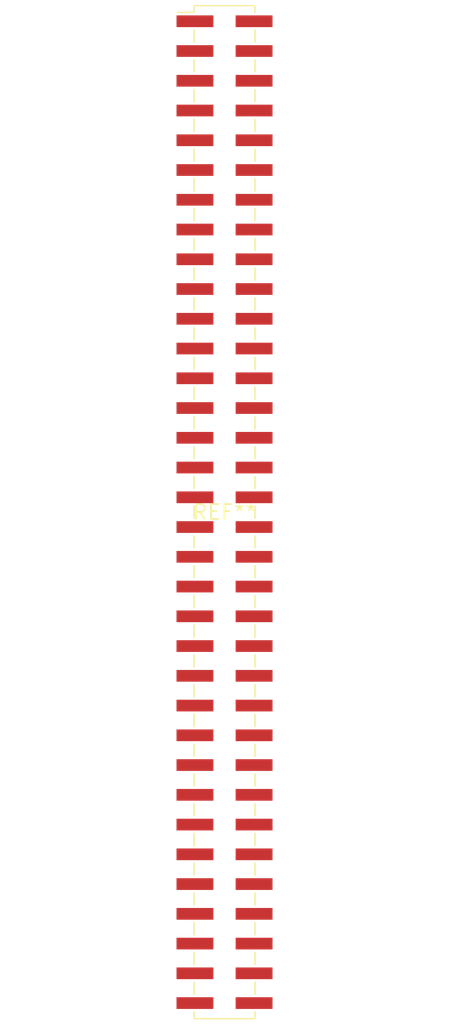
<source format=kicad_pcb>
(kicad_pcb (version 20240108) (generator pcbnew)
  (layers (0 "F.Cu" signal) (31 "B.Cu" signal) (34 "B.Paste" user) (35 "F.Paste" user) (36 "B.SilkS" user "B.Silkscreen") (37 "F.SilkS" user "F.Silkscreen") (38 "B.Mask" user) (39 "F.Mask" user) (44 "Edge.Cuts" user))
  (net 0 "")
  (footprint "PinHeader_2x34_P2.54mm_Vertical_SMD" (layer "F.Cu") (at 0 0)
    (property "Reference" "REF**")
    (property "Value" "PinHeader_2x34_P2.54mm_Vertical_SMD")
    (fp_line (start -4.04 -42.67) (end -2.6 -42.67) (layer "F.SilkS") (stroke (width 0.12)))
    (fp_line (start -2.6 -43.24) (end -2.6 -42.67) (layer "F.SilkS") (stroke (width 0.12)))
    (fp_line (start -2.6 -43.24) (end 2.6 -43.24) (layer "F.SilkS") (stroke (width 0.12)))
    (fp_line (start -2.6 -41.15) (end -2.6 -40.13) (layer "F.SilkS") (stroke (width 0.12)))
    (fp_line (start -2.6 -38.61) (end -2.6 -37.59) (layer "F.SilkS") (stroke (width 0.12)))
    (fp_line (start -2.6 -36.07) (end -2.6 -35.05) (layer "F.SilkS") (stroke (width 0.12)))
    (fp_line (start -2.6 -33.53) (end -2.6 -32.51) (layer "F.SilkS") (stroke (width 0.12)))
    (fp_line (start -2.6 -30.99) (end -2.6 -29.97) (layer "F.SilkS") (stroke (width 0.12)))
    (fp_line (start -2.6 -28.45) (end -2.6 -27.43) (layer "F.SilkS") (stroke (width 0.12)))
    (fp_line (start -2.6 -25.91) (end -2.6 -24.89) (layer "F.SilkS") (stroke (width 0.12)))
    (fp_line (start -2.6 -23.37) (end -2.6 -22.35) (layer "F.SilkS") (stroke (width 0.12)))
    (fp_line (start -2.6 -20.83) (end -2.6 -19.81) (layer "F.SilkS") (stroke (width 0.12)))
    (fp_line (start -2.6 -18.29) (end -2.6 -17.27) (layer "F.SilkS") (stroke (width 0.12)))
    (fp_line (start -2.6 -15.75) (end -2.6 -14.73) (layer "F.SilkS") (stroke (width 0.12)))
    (fp_line (start -2.6 -13.21) (end -2.6 -12.19) (layer "F.SilkS") (stroke (width 0.12)))
    (fp_line (start -2.6 -10.67) (end -2.6 -9.65) (layer "F.SilkS") (stroke (width 0.12)))
    (fp_line (start -2.6 -8.13) (end -2.6 -7.11) (layer "F.SilkS") (stroke (width 0.12)))
    (fp_line (start -2.6 -5.59) (end -2.6 -4.57) (layer "F.SilkS") (stroke (width 0.12)))
    (fp_line (start -2.6 -3.05) (end -2.6 -2.03) (layer "F.SilkS") (stroke (width 0.12)))
    (fp_line (start -2.6 -0.51) (end -2.6 0.51) (layer "F.SilkS") (stroke (width 0.12)))
    (fp_line (start -2.6 2.03) (end -2.6 3.05) (layer "F.SilkS") (stroke (width 0.12)))
    (fp_line (start -2.6 4.57) (end -2.6 5.59) (layer "F.SilkS") (stroke (width 0.12)))
    (fp_line (start -2.6 7.11) (end -2.6 8.13) (layer "F.SilkS") (stroke (width 0.12)))
    (fp_line (start -2.6 9.65) (end -2.6 10.67) (layer "F.SilkS") (stroke (width 0.12)))
    (fp_line (start -2.6 12.19) (end -2.6 13.21) (layer "F.SilkS") (stroke (width 0.12)))
    (fp_line (start -2.6 14.73) (end -2.6 15.75) (layer "F.SilkS") (stroke (width 0.12)))
    (fp_line (start -2.6 17.27) (end -2.6 18.29) (layer "F.SilkS") (stroke (width 0.12)))
    (fp_line (start -2.6 19.81) (end -2.6 20.83) (layer "F.SilkS") (stroke (width 0.12)))
    (fp_line (start -2.6 22.35) (end -2.6 23.37) (layer "F.SilkS") (stroke (width 0.12)))
    (fp_line (start -2.6 24.89) (end -2.6 25.91) (layer "F.SilkS") (stroke (width 0.12)))
    (fp_line (start -2.6 27.43) (end -2.6 28.45) (layer "F.SilkS") (stroke (width 0.12)))
    (fp_line (start -2.6 29.97) (end -2.6 30.99) (layer "F.SilkS") (stroke (width 0.12)))
    (fp_line (start -2.6 32.51) (end -2.6 33.53) (layer "F.SilkS") (stroke (width 0.12)))
    (fp_line (start -2.6 35.05) (end -2.6 36.07) (layer "F.SilkS") (stroke (width 0.12)))
    (fp_line (start -2.6 37.59) (end -2.6 38.61) (layer "F.SilkS") (stroke (width 0.12)))
    (fp_line (start -2.6 40.13) (end -2.6 41.15) (layer "F.SilkS") (stroke (width 0.12)))
    (fp_line (start -2.6 42.67) (end -2.6 43.24) (layer "F.SilkS") (stroke (width 0.12)))
    (fp_line (start -2.6 43.24) (end 2.6 43.24) (layer "F.SilkS") (stroke (width 0.12)))
    (fp_line (start 2.6 -43.24) (end 2.6 -42.67) (layer "F.SilkS") (stroke (width 0.12)))
    (fp_line (start 2.6 -41.15) (end 2.6 -40.13) (layer "F.SilkS") (stroke (width 0.12)))
    (fp_line (start 2.6 -38.61) (end 2.6 -37.59) (layer "F.SilkS") (stroke (width 0.12)))
    (fp_line (start 2.6 -36.07) (end 2.6 -35.05) (layer "F.SilkS") (stroke (width 0.12)))
    (fp_line (start 2.6 -33.53) (end 2.6 -32.51) (layer "F.SilkS") (stroke (width 0.12)))
    (fp_line (start 2.6 -30.99) (end 2.6 -29.97) (layer "F.SilkS") (stroke (width 0.12)))
    (fp_line (start 2.6 -28.45) (end 2.6 -27.43) (layer "F.SilkS") (stroke (width 0.12)))
    (fp_line (start 2.6 -25.91) (end 2.6 -24.89) (layer "F.SilkS") (stroke (width 0.12)))
    (fp_line (start 2.6 -23.37) (end 2.6 -22.35) (layer "F.SilkS") (stroke (width 0.12)))
    (fp_line (start 2.6 -20.83) (end 2.6 -19.81) (layer "F.SilkS") (stroke (width 0.12)))
    (fp_line (start 2.6 -18.29) (end 2.6 -17.27) (layer "F.SilkS") (stroke (width 0.12)))
    (fp_line (start 2.6 -15.75) (end 2.6 -14.73) (layer "F.SilkS") (stroke (width 0.12)))
    (fp_line (start 2.6 -13.21) (end 2.6 -12.19) (layer "F.SilkS") (stroke (width 0.12)))
    (fp_line (start 2.6 -10.67) (end 2.6 -9.65) (layer "F.SilkS") (stroke (width 0.12)))
    (fp_line (start 2.6 -8.13) (end 2.6 -7.11) (layer "F.SilkS") (stroke (width 0.12)))
    (fp_line (start 2.6 -5.59) (end 2.6 -4.57) (layer "F.SilkS") (stroke (width 0.12)))
    (fp_line (start 2.6 -3.05) (end 2.6 -2.03) (layer "F.SilkS") (stroke (width 0.12)))
    (fp_line (start 2.6 -0.51) (end 2.6 0.51) (layer "F.SilkS") (stroke (width 0.12)))
    (fp_line (start 2.6 2.03) (end 2.6 3.05) (layer "F.SilkS") (stroke (width 0.12)))
    (fp_line (start 2.6 4.57) (end 2.6 5.59) (layer "F.SilkS") (stroke (width 0.12)))
    (fp_line (start 2.6 7.11) (end 2.6 8.13) (layer "F.SilkS") (stroke (width 0.12)))
    (fp_line (start 2.6 9.65) (end 2.6 10.67) (layer "F.SilkS") (stroke (width 0.12)))
    (fp_line (start 2.6 12.19) (end 2.6 13.21) (layer "F.SilkS") (stroke (width 0.12)))
    (fp_line (start 2.6 14.73) (end 2.6 15.75) (layer "F.SilkS") (stroke (width 0.12)))
    (fp_line (start 2.6 17.27) (end 2.6 18.29) (layer "F.SilkS") (stroke (width 0.12)))
    (fp_line (start 2.6 19.81) (end 2.6 20.83) (layer "F.SilkS") (stroke (width 0.12)))
    (fp_line (start 2.6 22.35) (end 2.6 23.37) (layer "F.SilkS") (stroke (width 0.12)))
    (fp_line (start 2.6 24.89) (end 2.6 25.91) (layer "F.SilkS") (stroke (width 0.12)))
    (fp_line (start 2.6 27.43) (end 2.6 28.45) (layer "F.SilkS") (stroke (width 0.12)))
    (fp_line (start 2.6 29.97) (end 2.6 30.99) (layer "F.SilkS") (stroke (width 0.12)))
    (fp_line (start 2.6 32.51) (end 2.6 33.53) (layer "F.SilkS") (stroke (width 0.12)))
    (fp_line (start 2.6 35.05) (end 2.6 36.07) (layer "F.SilkS") (stroke (width 0.12)))
    (fp_line (start 2.6 37.59) (end 2.6 38.61) (layer "F.SilkS") (stroke (width 0.12)))
    (fp_line (start 2.6 40.13) (end 2.6 41.15) (layer "F.SilkS") (stroke (width 0.12)))
    (fp_line (start 2.6 42.67) (end 2.6 43.24) (layer "F.SilkS") (stroke (width 0.12)))
    (pad "1" smd rect (at -2.525 -41.91) (size 3.15 1) (layers "F.Cu" "F.Paste" "F.Mask"))
    (pad "2" smd rect (at 2.525 -41.91) (size 3.15 1) (layers "F.Cu" "F.Paste" "F.Mask"))
    (pad "3" smd rect (at -2.525 -39.37) (size 3.15 1) (layers "F.Cu" "F.Paste" "F.Mask"))
    (pad "4" smd rect (at 2.525 -39.37) (size 3.15 1) (layers "F.Cu" "F.Paste" "F.Mask"))
    (pad "5" smd rect (at -2.525 -36.83) (size 3.15 1) (layers "F.Cu" "F.Paste" "F.Mask"))
    (pad "6" smd rect (at 2.525 -36.83) (size 3.15 1) (layers "F.Cu" "F.Paste" "F.Mask"))
    (pad "7" smd rect (at -2.525 -34.29) (size 3.15 1) (layers "F.Cu" "F.Paste" "F.Mask"))
    (pad "8" smd rect (at 2.525 -34.29) (size 3.15 1) (layers "F.Cu" "F.Paste" "F.Mask"))
    (pad "9" smd rect (at -2.525 -31.75) (size 3.15 1) (layers "F.Cu" "F.Paste" "F.Mask"))
    (pad "10" smd rect (at 2.525 -31.75) (size 3.15 1) (layers "F.Cu" "F.Paste" "F.Mask"))
    (pad "11" smd rect (at -2.525 -29.21) (size 3.15 1) (layers "F.Cu" "F.Paste" "F.Mask"))
    (pad "12" smd rect (at 2.525 -29.21) (size 3.15 1) (layers "F.Cu" "F.Paste" "F.Mask"))
    (pad "13" smd rect (at -2.525 -26.67) (size 3.15 1) (layers "F.Cu" "F.Paste" "F.Mask"))
    (pad "14" smd rect (at 2.525 -26.67) (size 3.15 1) (layers "F.Cu" "F.Paste" "F.Mask"))
    (pad "15" smd rect (at -2.525 -24.13) (size 3.15 1) (layers "F.Cu" "F.Paste" "F.Mask"))
    (pad "16" smd rect (at 2.525 -24.13) (size 3.15 1) (layers "F.Cu" "F.Paste" "F.Mask"))
    (pad "17" smd rect (at -2.525 -21.59) (size 3.15 1) (layers "F.Cu" "F.Paste" "F.Mask"))
    (pad "18" smd rect (at 2.525 -21.59) (size 3.15 1) (layers "F.Cu" "F.Paste" "F.Mask"))
    (pad "19" smd rect (at -2.525 -19.05) (size 3.15 1) (layers "F.Cu" "F.Paste" "F.Mask"))
    (pad "20" smd rect (at 2.525 -19.05) (size 3.15 1) (layers "F.Cu" "F.Paste" "F.Mask"))
    (pad "21" smd rect (at -2.525 -16.51) (size 3.15 1) (layers "F.Cu" "F.Paste" "F.Mask"))
    (pad "22" smd rect (at 2.525 -16.51) (size 3.15 1) (layers "F.Cu" "F.Paste" "F.Mask"))
    (pad "23" smd rect (at -2.525 -13.97) (size 3.15 1) (layers "F.Cu" "F.Paste" "F.Mask"))
    (pad "24" smd rect (at 2.525 -13.97) (size 3.15 1) (layers "F.Cu" "F.Paste" "F.Mask"))
    (pad "25" smd rect (at -2.525 -11.43) (size 3.15 1) (layers "F.Cu" "F.Paste" "F.Mask"))
    (pad "26" smd rect (at 2.525 -11.43) (size 3.15 1) (layers "F.Cu" "F.Paste" "F.Mask"))
    (pad "27" smd rect (at -2.525 -8.89) (size 3.15 1) (layers "F.Cu" "F.Paste" "F.Mask"))
    (pad "28" smd rect (at 2.525 -8.89) (size 3.15 1) (layers "F.Cu" "F.Paste" "F.Mask"))
    (pad "29" smd rect (at -2.525 -6.35) (size 3.15 1) (layers "F.Cu" "F.Paste" "F.Mask"))
    (pad "30" smd rect (at 2.525 -6.35) (size 3.15 1) (layers "F.Cu" "F.Paste" "F.Mask"))
    (pad "31" smd rect (at -2.525 -3.81) (size 3.15 1) (layers "F.Cu" "F.Paste" "F.Mask"))
    (pad "32" smd rect (at 2.525 -3.81) (size 3.15 1) (layers "F.Cu" "F.Paste" "F.Mask"))
    (pad "33" smd rect (at -2.525 -1.27) (size 3.15 1) (layers "F.Cu" "F.Paste" "F.Mask"))
    (pad "34" smd rect (at 2.525 -1.27) (size 3.15 1) (layers "F.Cu" "F.Paste" "F.Mask"))
    (pad "35" smd rect (at -2.525 1.27) (size 3.15 1) (layers "F.Cu" "F.Paste" "F.Mask"))
    (pad "36" smd rect (at 2.525 1.27) (size 3.15 1) (layers "F.Cu" "F.Paste" "F.Mask"))
    (pad "37" smd rect (at -2.525 3.81) (size 3.15 1) (layers "F.Cu" "F.Paste" "F.Mask"))
    (pad "38" smd rect (at 2.525 3.81) (size 3.15 1) (layers "F.Cu" "F.Paste" "F.Mask"))
    (pad "39" smd rect (at -2.525 6.35) (size 3.15 1) (layers "F.Cu" "F.Paste" "F.Mask"))
    (pad "40" smd rect (at 2.525 6.35) (size 3.15 1) (layers "F.Cu" "F.Paste" "F.Mask"))
    (pad "41" smd rect (at -2.525 8.89) (size 3.15 1) (layers "F.Cu" "F.Paste" "F.Mask"))
    (pad "42" smd rect (at 2.525 8.89) (size 3.15 1) (layers "F.Cu" "F.Paste" "F.Mask"))
    (pad "43" smd rect (at -2.525 11.43) (size 3.15 1) (layers "F.Cu" "F.Paste" "F.Mask"))
    (pad "44" smd rect (at 2.525 11.43) (size 3.15 1) (layers "F.Cu" "F.Paste" "F.Mask"))
    (pad "45" smd rect (at -2.525 13.97) (size 3.15 1) (layers "F.Cu" "F.Paste" "F.Mask"))
    (pad "46" smd rect (at 2.525 13.97) (size 3.15 1) (layers "F.Cu" "F.Paste" "F.Mask"))
    (pad "47" smd rect (at -2.525 16.51) (size 3.15 1) (layers "F.Cu" "F.Paste" "F.Mask"))
    (pad "48" smd rect (at 2.525 16.51) (size 3.15 1) (layers "F.Cu" "F.Paste" "F.Mask"))
    (pad "49" smd rect (at -2.525 19.05) (size 3.15 1) (layers "F.Cu" "F.Paste" "F.Mask"))
    (pad "50" smd rect (at 2.525 19.05) (size 3.15 1) (layers "F.Cu" "F.Paste" "F.Mask"))
    (pad "51" smd rect (at -2.525 21.59) (size 3.15 1) (layers "F.Cu" "F.Paste" "F.Mask"))
    (pad "52" smd rect (at 2.525 21.59) (size 3.15 1) (layers "F.Cu" "F.Paste" "F.Mask"))
    (pad "53" smd rect (at -2.525 24.13) (size 3.15 1) (layers "F.Cu" "F.Paste" "F.Mask"))
    (pad "54" smd rect (at 2.525 24.13) (size 3.15 1) (layers "F.Cu" "F.Paste" "F.Mask"))
    (pad "55" smd rect (at -2.525 26.67) (size 3.15 1) (layers "F.Cu" "F.Paste" "F.Mask"))
    (pad "56" smd rect (at 2.525 26.67) (size 3.15 1) (layers "F.Cu" "F.Paste" "F.Mask"))
    (pad "57" smd rect (at -2.525 29.21) (size 3.15 1) (layers "F.Cu" "F.Paste" "F.Mask"))
    (pad "58" smd rect (at 2.525 29.21) (size 3.15 1) (layers "F.Cu" "F.Paste" "F.Mask"))
    (pad "59" smd rect (at -2.525 31.75) (size 3.15 1) (layers "F.Cu" "F.Paste" "F.Mask"))
    (pad "60" smd rect (at 2.525 31.75) (size 3.15 1) (layers "F.Cu" "F.Paste" "F.Mask"))
    (pad "61" smd rect (at -2.525 34.29) (size 3.15 1) (layers "F.Cu" "F.Paste" "F.Mask"))
    (pad "62" smd rect (at 2.525 34.29) (size 3.15 1) (layers "F.Cu" "F.Paste" "F.Mask"))
    (pad "63" smd rect (at -2.525 36.83) (size 3.15 1) (layers "F.Cu" "F.Paste" "F.Mask"))
    (pad "64" smd rect (at 2.525 36.83) (size 3.15 1) (layers "F.Cu" "F.Paste" "F.Mask"))
    (pad "65" smd rect (at -2.525 39.37) (size 3.15 1) (layers "F.Cu" "F.Paste" "F.Mask"))
    (pad "66" smd rect (at 2.525 39.37) (size 3.15 1) (layers "F.Cu" "F.Paste" "F.Mask"))
    (pad "67" smd rect (at -2.525 41.91) (size 3.15 1) (layers "F.Cu" "F.Paste" "F.Mask"))
    (pad "68" smd rect (at 2.525 41.91) (size 3.15 1) (layers "F.Cu" "F.Paste" "F.Mask"))
  )
)
</source>
